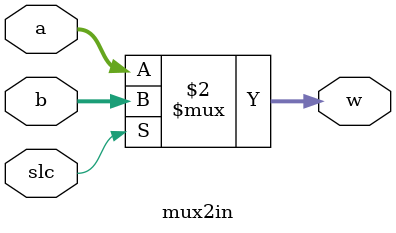
<source format=v>
module mux2in(a, b, slc, w);
    parameter N = 4;
    input [N - 1:0] a, b;
    input slc;
    output [N - 1:0] w;

    assign w = ~slc ? a : b;
endmodule
</source>
